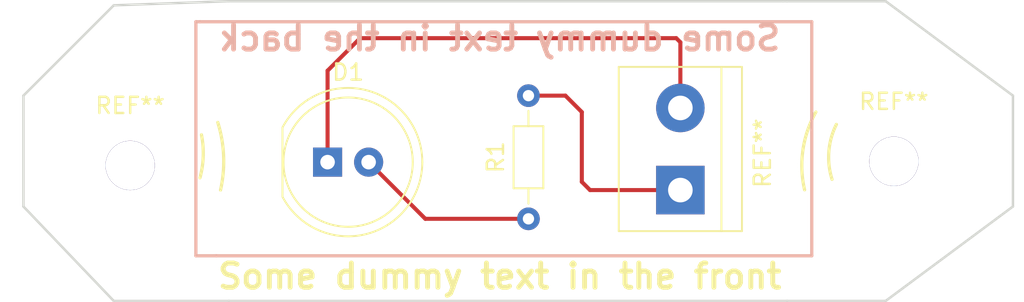
<source format=kicad_pcb>
(kicad_pcb (version 20171130) (host pcbnew 5.0.2+dfsg1-1)

  (general
    (thickness 1.6)
    (drawings 25)
    (tracks 12)
    (zones 0)
    (modules 5)
    (nets 4)
  )

  (page A4)
  (layers
    (0 F.Cu signal)
    (31 B.Cu signal)
    (32 B.Adhes user)
    (33 F.Adhes user)
    (34 B.Paste user)
    (35 F.Paste user)
    (36 B.SilkS user)
    (37 F.SilkS user)
    (38 B.Mask user)
    (39 F.Mask user)
    (40 Dwgs.User user)
    (41 Cmts.User user)
    (42 Eco1.User user)
    (43 Eco2.User user)
    (44 Edge.Cuts user)
    (45 Margin user)
    (46 B.CrtYd user)
    (47 F.CrtYd user)
    (48 B.Fab user)
    (49 F.Fab user)
  )

  (setup
    (last_trace_width 0.25)
    (trace_clearance 0.2)
    (zone_clearance 0.508)
    (zone_45_only no)
    (trace_min 0.2)
    (segment_width 0.2)
    (edge_width 0.15)
    (via_size 0.8)
    (via_drill 0.4)
    (via_min_size 0.4)
    (via_min_drill 0.3)
    (uvia_size 0.3)
    (uvia_drill 0.1)
    (uvias_allowed no)
    (uvia_min_size 0.2)
    (uvia_min_drill 0.1)
    (pcb_text_width 0.3)
    (pcb_text_size 1.5 1.5)
    (mod_edge_width 0.15)
    (mod_text_size 1 1)
    (mod_text_width 0.15)
    (pad_size 3.05 3.05)
    (pad_drill 3.04)
    (pad_to_mask_clearance 0.051)
    (solder_mask_min_width 0.25)
    (aux_axis_origin 0 0)
    (visible_elements FFFFFF7F)
    (pcbplotparams
      (layerselection 0x010fc_ffffffff)
      (usegerberextensions false)
      (usegerberattributes false)
      (usegerberadvancedattributes false)
      (creategerberjobfile false)
      (excludeedgelayer true)
      (linewidth 0.100000)
      (plotframeref false)
      (viasonmask false)
      (mode 1)
      (useauxorigin false)
      (hpglpennumber 1)
      (hpglpenspeed 20)
      (hpglpendiameter 15.000000)
      (psnegative false)
      (psa4output false)
      (plotreference true)
      (plotvalue true)
      (plotinvisibletext false)
      (padsonsilk false)
      (subtractmaskfromsilk false)
      (outputformat 1)
      (mirror false)
      (drillshape 0)
      (scaleselection 1)
      (outputdirectory ""))
  )

  (net 0 "")
  (net 1 GND)
  (net 2 "Net-(D1-Pad2)")
  (net 3 +5V)

  (net_class Default "This is the default net class."
    (clearance 0.2)
    (trace_width 0.25)
    (via_dia 0.8)
    (via_drill 0.4)
    (uvia_dia 0.3)
    (uvia_drill 0.1)
    (add_net +5V)
    (add_net GND)
    (add_net "Net-(D1-Pad2)")
  )

  (module MountingHole:MountingHole_2.7mm (layer F.Cu) (tedit 5F3A8948) (tstamp 5F470661)
    (at 120.904 68.58)
    (descr "Mounting Hole 2.7mm, no annular")
    (tags "mounting hole 2.7mm no annular")
    (attr virtual)
    (fp_text reference REF** (at 0 -3.7) (layer F.SilkS)
      (effects (font (size 1 1) (thickness 0.15)))
    )
    (fp_text value MountingHole_2.7mm (at 0 3.7) (layer F.Fab)
      (effects (font (size 1 1) (thickness 0.15)))
    )
    (fp_text user %R (at 0.3 0) (layer F.Fab)
      (effects (font (size 1 1) (thickness 0.15)))
    )
    (fp_circle (center 0 0) (end 2.7 0) (layer Cmts.User) (width 0.15))
    (fp_circle (center 0 0) (end 2.95 0) (layer F.CrtYd) (width 0.05))
    (pad "" np_thru_hole circle (at 0 0) (size 3.05 3.05) (drill 3.04) (layers *.Cu *.Mask))
  )

  (module LED_THT:LED_D8.0mm (layer F.Cu) (tedit 587A3A7B) (tstamp 5F46FD0E)
    (at 133.115001 68.375001)
    (descr "LED, diameter 8.0mm, 2 pins, http://cdn-reichelt.de/documents/datenblatt/A500/LED8MMGE_LED8MMGN_LED8MMRT%23KIN.pdf")
    (tags "LED diameter 8.0mm 2 pins")
    (path /5F3A6C11)
    (fp_text reference D1 (at 1.27 -5.56) (layer F.SilkS)
      (effects (font (size 1 1) (thickness 0.15)))
    )
    (fp_text value LED (at 1.27 5.56) (layer F.Fab)
      (effects (font (size 1 1) (thickness 0.15)))
    )
    (fp_arc (start 1.27 0) (end -2.73 -2.061553) (angle 305.5) (layer F.Fab) (width 0.1))
    (fp_arc (start 1.27 0) (end -2.79 -2.141145) (angle 152.2) (layer F.SilkS) (width 0.12))
    (fp_arc (start 1.27 0) (end -2.79 2.141145) (angle -152.2) (layer F.SilkS) (width 0.12))
    (fp_circle (center 1.27 0) (end 5.27 0) (layer F.Fab) (width 0.1))
    (fp_circle (center 1.27 0) (end 5.27 0) (layer F.SilkS) (width 0.12))
    (fp_line (start -2.73 -2.061553) (end -2.73 2.061553) (layer F.Fab) (width 0.1))
    (fp_line (start -2.79 -2.142) (end -2.79 2.142) (layer F.SilkS) (width 0.12))
    (fp_line (start -3.55 -4.85) (end -3.55 4.85) (layer F.CrtYd) (width 0.05))
    (fp_line (start -3.55 4.85) (end 6.1 4.85) (layer F.CrtYd) (width 0.05))
    (fp_line (start 6.1 4.85) (end 6.1 -4.85) (layer F.CrtYd) (width 0.05))
    (fp_line (start 6.1 -4.85) (end -3.55 -4.85) (layer F.CrtYd) (width 0.05))
    (pad 1 thru_hole rect (at 0 0) (size 1.8 1.8) (drill 0.9) (layers *.Cu *.Mask)
      (net 1 GND))
    (pad 2 thru_hole circle (at 2.54 0) (size 1.8 1.8) (drill 0.9) (layers *.Cu *.Mask)
      (net 2 "Net-(D1-Pad2)"))
    (model ${KISYS3DMOD}/LED_THT.3dshapes/LED_D8.0mm.wrl
      (at (xyz 0 0 0))
      (scale (xyz 1 1 1))
      (rotate (xyz 0 0 0))
    )
  )

  (module Resistor_THT:R_Axial_DIN0204_L3.6mm_D1.6mm_P7.62mm_Horizontal (layer F.Cu) (tedit 5AE5139B) (tstamp 5F46FD25)
    (at 145.542 64.262 270)
    (descr "Resistor, Axial_DIN0204 series, Axial, Horizontal, pin pitch=7.62mm, 0.167W, length*diameter=3.6*1.6mm^2, http://cdn-reichelt.de/documents/datenblatt/B400/1_4W%23YAG.pdf")
    (tags "Resistor Axial_DIN0204 series Axial Horizontal pin pitch 7.62mm 0.167W length 3.6mm diameter 1.6mm")
    (path /5F3A6B2C)
    (fp_text reference R1 (at 3.81 2.032 270) (layer F.SilkS)
      (effects (font (size 1 1) (thickness 0.15)))
    )
    (fp_text value R (at 3.81 -2.032 270) (layer F.Fab)
      (effects (font (size 1 1) (thickness 0.15)))
    )
    (fp_line (start 2.01 -0.8) (end 2.01 0.8) (layer F.Fab) (width 0.1))
    (fp_line (start 2.01 0.8) (end 5.61 0.8) (layer F.Fab) (width 0.1))
    (fp_line (start 5.61 0.8) (end 5.61 -0.8) (layer F.Fab) (width 0.1))
    (fp_line (start 5.61 -0.8) (end 2.01 -0.8) (layer F.Fab) (width 0.1))
    (fp_line (start 0 0) (end 2.01 0) (layer F.Fab) (width 0.1))
    (fp_line (start 7.62 0) (end 5.61 0) (layer F.Fab) (width 0.1))
    (fp_line (start 1.89 -0.92) (end 1.89 0.92) (layer F.SilkS) (width 0.12))
    (fp_line (start 1.89 0.92) (end 5.73 0.92) (layer F.SilkS) (width 0.12))
    (fp_line (start 5.73 0.92) (end 5.73 -0.92) (layer F.SilkS) (width 0.12))
    (fp_line (start 5.73 -0.92) (end 1.89 -0.92) (layer F.SilkS) (width 0.12))
    (fp_line (start 0.94 0) (end 1.89 0) (layer F.SilkS) (width 0.12))
    (fp_line (start 6.68 0) (end 5.73 0) (layer F.SilkS) (width 0.12))
    (fp_line (start -0.95 -1.05) (end -0.95 1.05) (layer F.CrtYd) (width 0.05))
    (fp_line (start -0.95 1.05) (end 8.57 1.05) (layer F.CrtYd) (width 0.05))
    (fp_line (start 8.57 1.05) (end 8.57 -1.05) (layer F.CrtYd) (width 0.05))
    (fp_line (start 8.57 -1.05) (end -0.95 -1.05) (layer F.CrtYd) (width 0.05))
    (fp_text user %R (at 3.81 0 270) (layer F.Fab)
      (effects (font (size 0.72 0.72) (thickness 0.108)))
    )
    (pad 1 thru_hole circle (at 0 0 270) (size 1.4 1.4) (drill 0.7) (layers *.Cu *.Mask)
      (net 3 +5V))
    (pad 2 thru_hole oval (at 7.62 0 270) (size 1.4 1.4) (drill 0.7) (layers *.Cu *.Mask)
      (net 2 "Net-(D1-Pad2)"))
    (model ${KISYS3DMOD}/Resistor_THT.3dshapes/R_Axial_DIN0204_L3.6mm_D1.6mm_P7.62mm_Horizontal.wrl
      (at (xyz 0 0 0))
      (scale (xyz 1 1 1))
      (rotate (xyz 0 0 0))
    )
  )

  (module TerminalBlock:TerminalBlock_bornier-2_P5.08mm (layer F.Cu) (tedit 5F3A862D) (tstamp 5F470257)
    (at 154.94 70.104 90)
    (descr "simple 2-pin terminal block, pitch 5.08mm, revamped version of bornier2")
    (tags "terminal block bornier2")
    (fp_text reference REF** (at 2.286 5.08 90) (layer F.SilkS)
      (effects (font (size 1 1) (thickness 0.15)))
    )
    (fp_text value TerminalBlock_bornier-2_P5.08mm (at 2.54 5.08 90) (layer F.Fab) hide
      (effects (font (size 1 1) (thickness 0.15)))
    )
    (fp_line (start 7.79 4) (end -2.71 4) (layer F.CrtYd) (width 0.05))
    (fp_line (start 7.79 4) (end 7.79 -4) (layer F.CrtYd) (width 0.05))
    (fp_line (start -2.71 -4) (end -2.71 4) (layer F.CrtYd) (width 0.05))
    (fp_line (start -2.71 -4) (end 7.79 -4) (layer F.CrtYd) (width 0.05))
    (fp_line (start -2.54 3.81) (end 7.62 3.81) (layer F.SilkS) (width 0.12))
    (fp_line (start -2.54 -3.81) (end -2.54 3.81) (layer F.SilkS) (width 0.12))
    (fp_line (start 7.62 -3.81) (end -2.54 -3.81) (layer F.SilkS) (width 0.12))
    (fp_line (start 7.62 3.81) (end 7.62 -3.81) (layer F.SilkS) (width 0.12))
    (fp_line (start 7.62 2.54) (end -2.54 2.54) (layer F.SilkS) (width 0.12))
    (fp_line (start 7.54 -3.75) (end -2.46 -3.75) (layer F.Fab) (width 0.1))
    (fp_line (start 7.54 3.75) (end 7.54 -3.75) (layer F.Fab) (width 0.1))
    (fp_line (start -2.46 3.75) (end 7.54 3.75) (layer F.Fab) (width 0.1))
    (fp_line (start -2.46 -3.75) (end -2.46 3.75) (layer F.Fab) (width 0.1))
    (fp_line (start -2.41 2.55) (end 7.49 2.55) (layer F.Fab) (width 0.1))
    (fp_text user %R (at 2.794 5.08 90) (layer F.Fab) hide
      (effects (font (size 1 1) (thickness 0.15)))
    )
    (pad 2 thru_hole circle (at 5.08 0 90) (size 3 3) (drill 1.52) (layers *.Cu *.Mask))
    (pad 1 thru_hole rect (at 0 0 90) (size 3 3) (drill 1.52) (layers *.Cu *.Mask))
    (model ${KISYS3DMOD}/TerminalBlock.3dshapes/TerminalBlock_bornier-2_P5.08mm.wrl
      (offset (xyz 2.539999961853027 0 0))
      (scale (xyz 1 1 1))
      (rotate (xyz 0 0 0))
    )
  )

  (module MountingHole:MountingHole_2.7mm (layer F.Cu) (tedit 5F3A88AC) (tstamp 5F47064B)
    (at 168.148 68.326)
    (descr "Mounting Hole 2.7mm, no annular")
    (tags "mounting hole 2.7mm no annular")
    (attr virtual)
    (fp_text reference REF** (at 0 -3.7) (layer F.SilkS)
      (effects (font (size 1 1) (thickness 0.15)))
    )
    (fp_text value MountingHole_2.7mm (at 0 3.7) (layer F.Fab)
      (effects (font (size 1 1) (thickness 0.15)))
    )
    (fp_circle (center 0 0) (end 2.95 0) (layer F.CrtYd) (width 0.05))
    (fp_circle (center 0 0) (end 2.7 0) (layer Cmts.User) (width 0.15))
    (fp_text user %R (at 0.3 0) (layer F.Fab)
      (effects (font (size 1 1) (thickness 0.15)))
    )
    (pad "" np_thru_hole circle (at 0 0) (size 3.05 3.05) (drill 3.04) (layers *.Cu *.Mask))
  )

  (gr_text "Some dummy text in the back" (at 143.764 60.706) (layer B.SilkS)
    (effects (font (size 1.5 1.5) (thickness 0.3)) (justify mirror))
  )
  (gr_text "Some dummy text in the front" (at 143.764 75.438) (layer F.SilkS)
    (effects (font (size 1.5 1.5) (thickness 0.3)))
  )
  (gr_line (start 124.968 59.69) (end 125.222 59.69) (layer B.SilkS) (width 0.2))
  (gr_line (start 124.968 74.168) (end 124.968 59.69) (layer B.SilkS) (width 0.2))
  (gr_line (start 126.238 74.168) (end 124.968 74.168) (layer B.SilkS) (width 0.2))
  (gr_line (start 163.068 74.168) (end 126.238 74.168) (layer B.SilkS) (width 0.2))
  (gr_line (start 163.068 59.69) (end 163.068 74.168) (layer B.SilkS) (width 0.2))
  (gr_line (start 125.222 59.69) (end 163.068 59.69) (layer B.SilkS) (width 0.2))
  (gr_arc (start 119.634 67.818) (end 125.221999 69.341999) (angle -26.56505118) (layer F.SilkS) (width 0.2))
  (gr_arc (start 118.618 68.326) (end 126.491999 70.103999) (angle -30.07838032) (layer F.SilkS) (width 0.2))
  (gr_arc (start 168.656 68.072) (end 164.592001 66.040001) (angle -44.09061955) (layer F.SilkS) (width 0.2))
  (gr_arc (start 169.164 68.58) (end 163.322001 65.278001) (angle -42.4705058) (layer F.SilkS) (width 0.2))
  (gr_line (start 167.64 58.42) (end 161.544 58.42) (layer Edge.Cuts) (width 0.15))
  (gr_line (start 175.514 64.262) (end 167.64 58.42) (layer Edge.Cuts) (width 0.15))
  (gr_line (start 175.514 71.12) (end 175.514 64.262) (layer Edge.Cuts) (width 0.15))
  (gr_line (start 167.64 76.962) (end 175.514 71.12) (layer Edge.Cuts) (width 0.15))
  (gr_line (start 161.544 76.962) (end 167.64 76.962) (layer Edge.Cuts) (width 0.15))
  (gr_line (start 119.888 58.674) (end 127 58.42) (layer Edge.Cuts) (width 0.15))
  (gr_line (start 114.3 64.262) (end 119.888 58.674) (layer Edge.Cuts) (width 0.15))
  (gr_line (start 114.3 71.12) (end 114.3 64.262) (layer Edge.Cuts) (width 0.15))
  (gr_line (start 119.888 76.962) (end 114.3 71.12) (layer Edge.Cuts) (width 0.15))
  (gr_line (start 127 76.962) (end 119.888 76.962) (layer Edge.Cuts) (width 0.15))
  (gr_line (start 161.544 58.42) (end 161.29 58.42) (layer Edge.Cuts) (width 0.15))
  (gr_line (start 127 76.962) (end 161.544 76.962) (layer Edge.Cuts) (width 0.15))
  (gr_line (start 161.29 58.42) (end 127 58.42) (layer Edge.Cuts) (width 0.15))

  (segment (start 154.94 70.104) (end 149.352 70.104) (width 0.25) (layer F.Cu) (net 0) (status 400000))
  (segment (start 147.828 64.262) (end 145.542 64.262) (width 0.25) (layer F.Cu) (net 0) (tstamp 5F47016D) (status 800000))
  (segment (start 148.844 65.278) (end 147.828 64.262) (width 0.25) (layer F.Cu) (net 0) (tstamp 5F47016B))
  (segment (start 148.844 69.596) (end 148.844 65.278) (width 0.25) (layer F.Cu) (net 0) (tstamp 5F47016A))
  (segment (start 149.352 70.104) (end 148.844 69.596) (width 0.25) (layer F.Cu) (net 0) (tstamp 5F470169))
  (segment (start 133.115001 68.375001) (end 133.115001 62.718999) (width 0.25) (layer F.Cu) (net 1) (status 400000))
  (segment (start 154.94 60.96) (end 154.94 65.024) (width 0.25) (layer F.Cu) (net 1) (tstamp 5F470166) (status 800000))
  (segment (start 154.686 60.706) (end 154.94 60.96) (width 0.25) (layer F.Cu) (net 1) (tstamp 5F470165))
  (segment (start 135.128 60.706) (end 154.686 60.706) (width 0.25) (layer F.Cu) (net 1) (tstamp 5F470163))
  (segment (start 133.115001 62.718999) (end 135.128 60.706) (width 0.25) (layer F.Cu) (net 1) (tstamp 5F470161))
  (segment (start 139.162 71.882) (end 135.655001 68.375001) (width 0.25) (layer F.Cu) (net 2))
  (segment (start 139.162 71.882) (end 145.542 71.882) (width 0.25) (layer F.Cu) (net 2))

)

</source>
